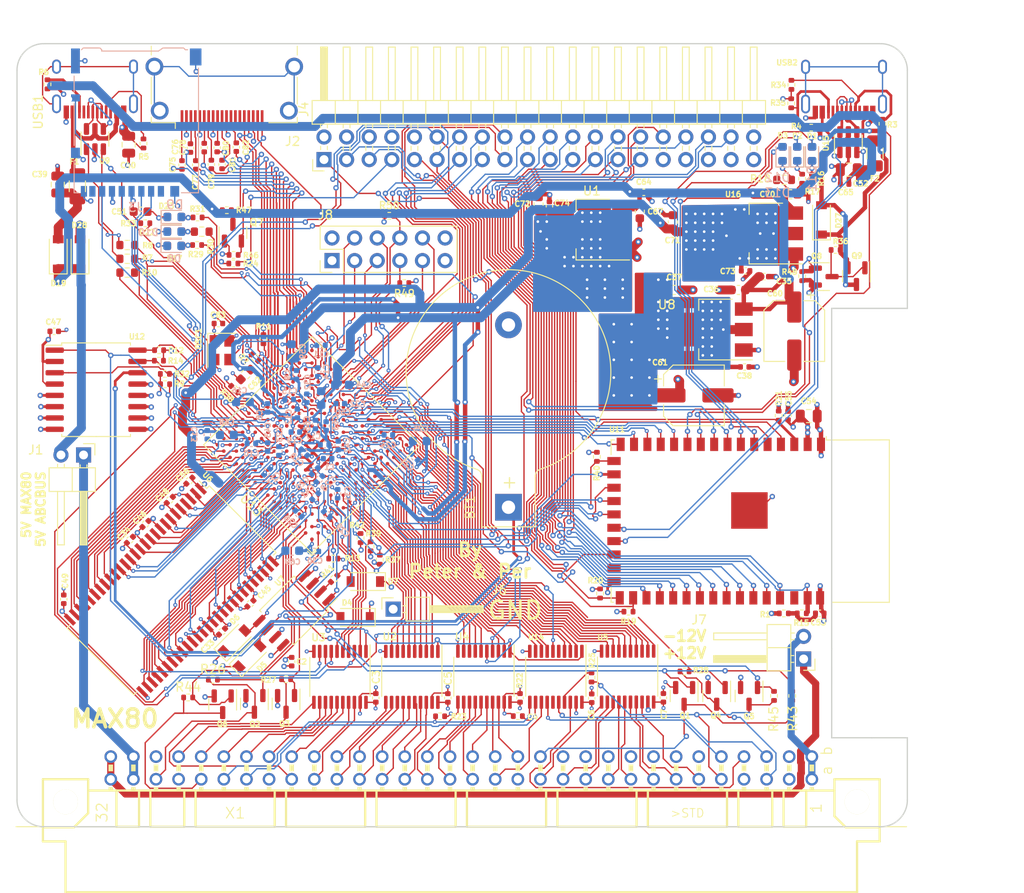
<source format=kicad_pcb>
(kicad_pcb (version 20211014) (generator pcbnew)

  (general
    (thickness 1.6)
  )

  (paper "A4")
  (title_block
    (title "MAX80")
    (date "2022-03-21")
    (rev "1.01")
    (company "No name")
  )

  (layers
    (0 "F.Cu" signal)
    (1 "In1.Cu" power)
    (2 "In2.Cu" signal)
    (31 "B.Cu" signal)
    (32 "B.Adhes" user "B.Adhesive")
    (33 "F.Adhes" user "F.Adhesive")
    (34 "B.Paste" user)
    (35 "F.Paste" user)
    (36 "B.SilkS" user "B.Silkscreen")
    (37 "F.SilkS" user "F.Silkscreen")
    (38 "B.Mask" user)
    (39 "F.Mask" user)
    (40 "Dwgs.User" user "User.Drawings")
    (41 "Cmts.User" user "User.Comments")
    (42 "Eco1.User" user "User.Eco1")
    (43 "Eco2.User" user "User.Eco2")
    (44 "Edge.Cuts" user)
    (45 "Margin" user)
    (46 "B.CrtYd" user "B.Courtyard")
    (47 "F.CrtYd" user "F.Courtyard")
    (48 "B.Fab" user)
    (49 "F.Fab" user)
  )

  (setup
    (pad_to_mask_clearance 0)
    (grid_origin 132.45 85.75)
    (pcbplotparams
      (layerselection 0x00010fc_ffffffff)
      (disableapertmacros false)
      (usegerberextensions false)
      (usegerberattributes true)
      (usegerberadvancedattributes true)
      (creategerberjobfile true)
      (svguseinch false)
      (svgprecision 6)
      (excludeedgelayer true)
      (plotframeref false)
      (viasonmask false)
      (mode 1)
      (useauxorigin false)
      (hpglpennumber 1)
      (hpglpenspeed 20)
      (hpglpendiameter 15.000000)
      (dxfpolygonmode true)
      (dxfimperialunits true)
      (dxfusepcbnewfont true)
      (psnegative false)
      (psa4output false)
      (plotreference true)
      (plotvalue true)
      (plotinvisibletext false)
      (sketchpadsonfab false)
      (subtractmaskfromsilk false)
      (outputformat 1)
      (mirror false)
      (drillshape 0)
      (scaleselection 1)
      (outputdirectory "max80_gerber101")
    )
  )

  (net 0 "")
  (net 1 "GND")
  (net 2 "+5V")
  (net 3 "Net-(R5-Pad2)")
  (net 4 "Net-(R6-Pad2)")
  (net 5 "Net-(U9-Pad4)")
  (net 6 "Net-(U9-Pad6)")
  (net 7 "unconnected-(J2-Pad13)")
  (net 8 "Net-(BT1-Pad1)")
  (net 9 "/A4")
  (net 10 "/A3")
  (net 11 "/A2")
  (net 12 "/A1")
  (net 13 "/A0")
  (net 14 "/IO0")
  (net 15 "/IO3")
  (net 16 "/IO4")
  (net 17 "/IO5")
  (net 18 "/IO6")
  (net 19 "/IO7")
  (net 20 "/A11")
  (net 21 "/IO9")
  (net 22 "/A8")
  (net 23 "/A7")
  (net 24 "/A6")
  (net 25 "/A5")
  (net 26 "/A9")
  (net 27 "/A10")
  (net 28 "/A12")
  (net 29 "/IO8")
  (net 30 "/IO10")
  (net 31 "/IO11")
  (net 32 "/IO12")
  (net 33 "/IO13")
  (net 34 "/IO14")
  (net 35 "/IO15")
  (net 36 "/abc80bus/D7")
  (net 37 "/abc80bus/D6")
  (net 38 "/abc80bus/D5")
  (net 39 "/abc80bus/D4")
  (net 40 "/abc80bus/D3")
  (net 41 "/abc80bus/D2")
  (net 42 "/abc80bus/D1")
  (net 43 "/abc80bus/D0")
  (net 44 "/abc80bus/A8")
  (net 45 "/abc80bus/A9")
  (net 46 "/abc80bus/A10")
  (net 47 "/abc80bus/A11")
  (net 48 "/abc80bus/A12")
  (net 49 "/abc80bus/A13")
  (net 50 "/abc80bus/A14")
  (net 51 "/abc80bus/A15")
  (net 52 "/abc80bus/A7")
  (net 53 "/abc80bus/A6")
  (net 54 "/abc80bus/A5")
  (net 55 "/abc80bus/A4")
  (net 56 "/abc80bus/A3")
  (net 57 "/abc80bus/A2")
  (net 58 "/abc80bus/A1")
  (net 59 "/abc80bus/A0")
  (net 60 "/IO1")
  (net 61 "/IO2")
  (net 62 "/32KHZ")
  (net 63 "/RTC_INT")
  (net 64 "/abc80bus/ABC5V")
  (net 65 "/SD_DAT3")
  (net 66 "/SD_CMD")
  (net 67 "/SD_CLK")
  (net 68 "/SD_DAT0")
  (net 69 "FPGA_TDI")
  (net 70 "FPGA_TMS")
  (net 71 "FPGA_TDO")
  (net 72 "FPGA_TCK")
  (net 73 "ABC_CLK_5")
  (net 74 "/FPGA_SCL")
  (net 75 "/FPGA_SDA")
  (net 76 "FPGA_SPI_CLK")
  (net 77 "FGPA_SPI_CS_ESP32")
  (net 78 "INT_ESP32")
  (net 79 "Net-(C53-Pad1)")
  (net 80 "ESP32_TDO")
  (net 81 "ESP32_TCK")
  (net 82 "ESP32_TMS")
  (net 83 "ESP32_IO0")
  (net 84 "ESP32_RXD")
  (net 85 "ESP32_TXD")
  (net 86 "ESP32_EN")
  (net 87 "Net-(R3-Pad2)")
  (net 88 "/ESP32/USB_D-")
  (net 89 "/ESP32/USB_D+")
  (net 90 "ESP32_TDI")
  (net 91 "Net-(U15-Pad6)")
  (net 92 "Net-(U15-Pad4)")
  (net 93 "unconnected-(J2-Pad14)")
  (net 94 "Net-(D1-Pad2)")
  (net 95 "Net-(D1-Pad1)")
  (net 96 "ESP32_SCL")
  (net 97 "ESP32_SDA")
  (net 98 "ESP32_CS2")
  (net 99 "ESP32_CS0")
  (net 100 "ESP32_MISO")
  (net 101 "ESP32_SCK")
  (net 102 "ESP32_MOSI")
  (net 103 "ESP32_CS1")
  (net 104 "/abc80bus/~{CS}")
  (net 105 "/abc80bus/~{C4}")
  (net 106 "/abc80bus/~{C3}")
  (net 107 "/abc80bus/~{C2}")
  (net 108 "/abc80bus/~{C1}")
  (net 109 "/abc80bus/~{OUT}")
  (net 110 "/abc80bus/~{RST}")
  (net 111 "/abc80bus/~{XMEMFL}")
  (net 112 "/abc80bus/~{INP}")
  (net 113 "/abc80bus/~{STATUS}")
  (net 114 "/abc80bus/~{XINPSTB}")
  (net 115 "/abc80bus/~{XOUTSTB}")
  (net 116 "AD0")
  (net 117 "AD1")
  (net 118 "AD2")
  (net 119 "AD3")
  (net 120 "AD4")
  (net 121 "AD5")
  (net 122 "AD6")
  (net 123 "AD7")
  (net 124 "/abc80bus/~{RESIN}")
  (net 125 "/FPGA_LED1")
  (net 126 "/FPGA_LED2")
  (net 127 "/FPGA_LED3")
  (net 128 "Net-(D17-Pad2)")
  (net 129 "Net-(D23-Pad2)")
  (net 130 "FPGA_GPIO3")
  (net 131 "FPGA_GPIO2")
  (net 132 "FPGA_GPIO1")
  (net 133 "FPGA_GPIO0")
  (net 134 "FPGA_GPIO5")
  (net 135 "FPGA_GPIO4")
  (net 136 "/abc80bus/READY")
  (net 137 "/abc80bus/~{NMI}")
  (net 138 "~{FPGA_READY}")
  (net 139 "FPGA_NMI")
  (net 140 "FPGA_RESIN")
  (net 141 "/DQMH")
  (net 142 "/CLK")
  (net 143 "/BA1")
  (net 144 "/BA0")
  (net 145 "/DQML")
  (net 146 "Net-(D28-Pad2)")
  (net 147 "Net-(F1-Pad2)")
  (net 148 "/WE#")
  (net 149 "/CAS#")
  (net 150 "/RAS#")
  (net 151 "/CS#")
  (net 152 "+3V3")
  (net 153 "+2V5")
  (net 154 "+1V2")
  (net 155 "Net-(R13-Pad1)")
  (net 156 "Net-(R37-Pad2)")
  (net 157 "Net-(R38-Pad2)")
  (net 158 "Net-(R41-Pad2)")
  (net 159 "DATA0")
  (net 160 "~{CS_ABC_3V3}")
  (net 161 "~{OUT_ABC_3V3}")
  (net 162 "AD8")
  (net 163 "~{C1_ABC_3V3}")
  (net 164 "AD9")
  (net 165 "~{C2_ABC_3V3}")
  (net 166 "AD10")
  (net 167 "~{C3_ABC_3V3}")
  (net 168 "~{C4_ABC_3V3}")
  (net 169 "AD11")
  (net 170 "AD12")
  (net 171 "AD13")
  (net 172 "AD14")
  (net 173 "AD15")
  (net 174 "DLCK")
  (net 175 "ASD0")
  (net 176 "nCE0")
  (net 177 "~{INP_ABC_3V3}")
  (net 178 "~{STATUS_ABC_3V3}")
  (net 179 "DD0")
  (net 180 "DD1")
  (net 181 "DD2")
  (net 182 "DD3")
  (net 183 "DD4")
  (net 184 "DD5")
  (net 185 "DD6")
  (net 186 "DD7")
  (net 187 "DD8")
  (net 188 "~{XOUTSTB_ABC_3V3}")
  (net 189 "~{RST_ABC_3V3}")
  (net 190 "~{XMEMFL_ABC_3V3}")
  (net 191 "~{XINPSTB_ABC_3V3}")
  (net 192 "ABC_CLK_3V3")
  (net 193 "FPGA_SPI_MOSI")
  (net 194 "FPGA_SPI_MISO")
  (net 195 "CLK0n")
  (net 196 "HDMI_CK-")
  (net 197 "HDMI_D0+")
  (net 198 "HDMI_D1-")
  (net 199 "HDMI_D2+")
  (net 200 "HDMI_CK+")
  (net 201 "HDMI_D0-")
  (net 202 "HDMI_D1+")
  (net 203 "HDMI_D2-")
  (net 204 "HDMI_SDA")
  (net 205 "HDMI_HPD")
  (net 206 "HDMI_SCL")
  (net 207 "FPGA_JTAGEN")
  (net 208 "FLASH_CS#")
  (net 209 "/abc80bus/~{INT}")
  (net 210 "/abc80bus/~{XMEMW800}")
  (net 211 "/abc80bus/~{XMEMW80}")
  (net 212 "INT_ABC_3V3")
  (net 213 "INT800_ABC_3V3")
  (net 214 "~{XMEMW80_ABC_3V3}")
  (net 215 "~{XMEMW800_ABC_3V3}")
  (net 216 "/abc80bus/~{XM}")
  (net 217 "XM_ABC_3V3")
  (net 218 "Net-(R25-Pad2)")
  (net 219 "AD16")
  (net 220 "/abc80bus/ABC_-12V")
  (net 221 "/abc80bus/ABC_12V")
  (net 222 "Net-(C75-Pad1)")
  (net 223 "Net-(C76-Pad1)")
  (net 224 "Net-(C77-Pad1)")
  (net 225 "Net-(C78-Pad1)")
  (net 226 "Net-(C79-Pad1)")
  (net 227 "Net-(C80-Pad1)")
  (net 228 "Net-(C81-Pad1)")
  (net 229 "Net-(C82-Pad1)")
  (net 230 "EXT_HG")
  (net 231 "EXT_HB")
  (net 232 "EXT_HE")
  (net 233 "EXT_HC")
  (net 234 "EXT_HA")
  (net 235 "EXT_HF")
  (net 236 "EXT_HH")
  (net 237 "EXT_HD")
  (net 238 "unconnected-(J2-PadSH)")
  (net 239 "unconnected-(J3-Pad1)")
  (net 240 "unconnected-(J3-Pad8)")
  (net 241 "unconnected-(J4-Pad6)")
  (net 242 "unconnected-(J4-Pad8)")
  (net 243 "unconnected-(J4-Pad40)")
  (net 244 "unconnected-(U6-Pad40)")
  (net 245 "unconnected-(U11-Pad40)")
  (net 246 "unconnected-(U13-PadC3)")
  (net 247 "unconnected-(U13-PadF13)")
  (net 248 "unconnected-(U13-PadJ12)")
  (net 249 "unconnected-(U13-PadJ13)")
  (net 250 "unconnected-(U13-PadJ14)")
  (net 251 "unconnected-(U13-PadK6)")
  (net 252 "unconnected-(U13-PadK9)")
  (net 253 "unconnected-(U13-PadK12)")
  (net 254 "unconnected-(U13-PadL6)")
  (net 255 "unconnected-(U13-PadL9)")
  (net 256 "unconnected-(U13-PadL11)")
  (net 257 "unconnected-(U13-PadL14)")
  (net 258 "unconnected-(U13-PadN14)")
  (net 259 "unconnected-(U13-PadP11)")
  (net 260 "unconnected-(U13-PadP15)")
  (net 261 "unconnected-(U14-Pad5)")
  (net 262 "unconnected-(U14-Pad15)")
  (net 263 "unconnected-(USB1-Pad3)")
  (net 264 "unconnected-(USB1-Pad9)")
  (net 265 "unconnected-(USB1-Pad13)")
  (net 266 "unconnected-(USB2-Pad3)")
  (net 267 "unconnected-(USB2-Pad9)")
  (net 268 "unconnected-(USB2-Pad13)")
  (net 269 "unconnected-(X1-PadA14)")
  (net 270 "unconnected-(X1-PadA25)")
  (net 271 "unconnected-(X1-PadA29)")
  (net 272 "unconnected-(X1-PadB6)")
  (net 273 "unconnected-(X1-PadB7)")
  (net 274 "unconnected-(X1-PadB8)")
  (net 275 "Net-(J2-Pad19)")
  (net 276 "unconnected-(X1-PadB9)")
  (net 277 "unconnected-(X1-PadB10)")
  (net 278 "/~{SD_DETECT}")
  (net 279 "unconnected-(X1-PadB11)")
  (net 280 "unconnected-(X1-PadB12)")
  (net 281 "unconnected-(X1-PadB30)")
  (net 282 "Net-(R7-Pad2)")
  (net 283 "/FPGA_USB_DS_DP")
  (net 284 "Net-(R8-Pad2)")
  (net 285 "/FPGA_USB_DS_DN")
  (net 286 "/FPGA_USB_PU")
  (net 287 "Net-(D27-Pad2)")
  (net 288 "Net-(Q8-Pad3)")
  (net 289 "USB_PWR_EN")
  (net 290 "~{USB_PWR_SINK}")
  (net 291 "Net-(R35-Pad2)")
  (net 292 "+5VA")
  (net 293 "Net-(D13-Pad2)")
  (net 294 "Net-(D13-Pad1)")
  (net 295 "Net-(D12-Pad2)")
  (net 296 "Net-(D12-Pad1)")
  (net 297 "Net-(D10-Pad2)")
  (net 298 "Net-(C39-Pad1)")
  (net 299 "unconnected-(U11-Pad25)")

  (footprint "Capacitor_SMD:C_0402_1005Metric" (layer "F.Cu") (at 110.22 102.91 90))

  (footprint "Capacitor_SMD:C_0402_1005Metric" (layer "F.Cu") (at 109.15 72.8))

  (footprint "Resistor_SMD:R_0402_1005Metric" (layer "F.Cu") (at 161.22 116.04 180))

  (footprint "Resistor_SMD:R_0402_1005Metric" (layer "F.Cu") (at 152.49 116.06))

  (footprint "max80:ESP32-S2-WROVER" (layer "F.Cu") (at 183.4961 94.1236 -90))

  (footprint "Capacitor_SMD:CP_Elec_6.3x7.7" (layer "F.Cu") (at 192.27 72.77 -90))

  (footprint "Capacitor_SMD:CP_Elec_6.3x7.7" (layer "F.Cu") (at 181 80))

  (footprint "LED_SMD:LED_0603_1608Metric" (layer "F.Cu") (at 122.64 63.1948))

  (footprint "LED_SMD:LED_0603_1608Metric" (layer "F.Cu") (at 122.64 61.58))

  (footprint "LED_SMD:LED_0603_1608Metric" (layer "F.Cu") (at 122.64 59.9436))

  (footprint "Resistor_SMD:R_0402_1005Metric" (layer "F.Cu") (at 125.2 63.1))

  (footprint "Resistor_SMD:R_0603_1608Metric" (layer "F.Cu") (at 125.719 61.6))

  (footprint "Resistor_SMD:R_0402_1005Metric" (layer "F.Cu") (at 125.25 60))

  (footprint "Package_TO_SOT_SMD:SOT-23" (layer "F.Cu") (at 183.5548 113.77 -90))

  (footprint "Resistor_SMD:R_0402_1005Metric" (layer "F.Cu") (at 120.93 74.92))

  (footprint "Resistor_SMD:R_0402_1005Metric" (layer "F.Cu") (at 120.91 76.1 180))

  (footprint "Capacitor_SMD:C_0603_1608Metric" (layer "F.Cu") (at 118.85 59.35))

  (footprint "Package_TO_SOT_SMD:SOT-23" (layer "F.Cu") (at 131.633 114.667 -90))

  (footprint "Package_TO_SOT_SMD:SOT-23" (layer "F.Cu") (at 135.189 114.667 -90))

  (footprint "max80:Fuse_1206_3216Metric" (layer "F.Cu") (at 111.75 56.5 90))

  (footprint "max80:Fuse_1206_3216Metric" (layer "F.Cu") (at 201.335 52.805 90))

  (footprint "Oscillator:Oscillator_SMD_Abracon_ASE-4Pin_3.2x2.5mm" (layer "F.Cu") (at 127.98 74.92 -90))

  (footprint "max80:HRO-TYPE-C-31-M-12" (layer "F.Cu") (at 197.8611 40.4736 180))

  (footprint "Capacitor_SMD:C_0805_2012Metric" (layer "F.Cu") (at 193.8961 82.3236))

  (footprint "Resistor_SMD:R_0402_1005Metric" (layer "F.Cu") (at 194.1711 49.9186 180))

  (footprint "Resistor_SMD:R_0402_1005Metric" (layer "F.Cu") (at 193.1111 104.4936))

  (footprint "Capacitor_SMD:C_0805_2012Metric" (layer "F.Cu") (at 198.395 54.635 180))

  (footprint "Capacitor_SMD:C_0402_1005Metric" (layer "F.Cu") (at 191.5711 82.2636 90))

  (footprint "Resistor_SMD:R_0402_1005Metric" (layer "F.Cu") (at 202.1811 49.4736 90))

  (footprint "Resistor_SMD:R_0402_1005Metric" (layer "F.Cu") (at 119.175 51.69 90))

  (footprint "Resistor_SMD:R_0402_1005Metric" (layer "F.Cu") (at 108.3911 45.0436 90))

  (footprint "Package_TO_SOT_SMD:SOT-23-6" (layer "F.Cu") (at 198.345 51.54 90))

  (footprint "Capacitor_SMD:C_0805_2012Metric" (layer "F.Cu") (at 109.55 56.3 90))

  (footprint "Capacitor_SMD:C_0805_2012Metric" (layer "F.Cu") (at 117.5111 51.8236 90))

  (footprint "Package_TO_SOT_SMD:SOT-23-6" (layer "F.Cu") (at 113.7211 51.1936 90))

  (footprint "Capacitor_SMD:C_0402_1005Metric" (layer "F.Cu") (at 195.1311 104.4836))

  (footprint "LED_SMD:LED_0603_1608Metric" (layer "F.Cu") (at 190.95 52.85 90))

  (footprint "Resistor_SMD:R_0402_1005Metric" (layer "F.Cu") (at 193.156 55.65 -90))

  (footprint "Resistor_SMD:R_0603_1608Metric" (layer "F.Cu") (at 191.124 55.778 180))

  (footprint "Resistor_SMD:R_0402_1005Metric" (layer "F.Cu") (at 173.65 104.3))

  (footprint "Resistor_SMD:R_0402_1005Metric" (layer "F.Cu") (at 170.46 102.26 -90))

  (footprint "Resistor_SMD:R_0402_1005Metric" (layer "F.Cu") (at 194.25 55.65 -90))

  (footprint "Resistor_SMD:R_0402_1005Metric" (layer "F.Cu") (at 190.5211 82.2736 -90))

  (footprint "Diode_SMD:D_SOD-123" (layer "F.Cu") (at 109.6 64.1 90))

  (footprint "Diode_SMD:D_SOD-123" (layer "F.Cu") (at 195.325 60.275 90))

  (footprint "Connector_PinHeader_2.54mm:PinHeader_1x02_P2.54mm_Horizontal" (layer "F.Cu") (at 112.445 86.695 -90))

  (footprint "Resistor_SMD:R_0402_1005Metric" (layer "F.Cu") (at 191.095 104.5))

  (footprint "max80:SOIC-8_5.23x5.23mm_P1.27mm" (layer "F.Cu") (at 136.07 104.16 -135))

  (footprint "Capacitor_SMD:C_0402_1005Metric" (layer "F.Cu") (at 124.33 89.58 -135))

  (footprint "Capacitor_SMD:C_0402_1005Metric" (layer "F.Cu") (at 127.99 106.54 -135))

  (footprint "Capacitor_SMD:C_0402_1005Metric" (layer "F.Cu")
    (tedit 5F68FEEE) (tstamp 00000000-0000-0000-0000-0000603ab1a8)
    (at 131.18 103.39 -135)
    (descr "Capacitor SMD 0402 (1005 Metric), square (rectangular) end terminal, IPC_7351 nominal, (Body size source: IPC-SM-782 page 76, https://www.pcb-3d.com/wordpress/wp-content/uploads/ipc-sm-782a_amendment_1_and_2.pdf), generated with kicad-footprint-generator")
    (tags "capacitor")
    (property "LCSC" "C1525")
    (property "Sheetfile" "max80.kicad_sch")
    (property "Sheetname" "")
    (path "/00000000-0000-0000-0000-00006094ce83")
    (attr smd)
    (fp_text reference "C45" (at -1.994041 -0.203647 45) (layer "F.SilkS")
      (effects (font (size 0.6 0.6) (thickness 0.15)))
      (tstamp ab19d0e7-f8ae-4867-806f-badcce2f2476)
    )
    (fp_text value "100nF" (at 0 1.16 45) (layer "F.Fab")
      (effects (font (size 1 1) (thickness 0.15)))
      (tstamp eb5b2512-b6fe-4aa4-b5b6-290735f47882)
    )
    (fp_text user "${REFERENCE}" (at 0 0 45) (layer "F.Fab")
      (effects (font (size 0.25 0.25) (thickness 0.04)))
      (tstamp eaedbd7e-dd1e-4bea-95cc-f7aef8103508)
    )
    (fp_line (start -0.107836 0.36) (end 0.107836 0.36) (layer "F.SilkS") (width 0.12) (tstamp be23d620-dc33-480b-b091-b496a0bf7901))
    (fp_line (start -0.107836 -0.36) (end 0.107836 -0.36) (layer "F.SilkS") (width 0.12) (tstamp ca6b8b78-faed-4c02-86e8-f6ac4350125f))
    (fp_line (start 0.91 -0.46) (end 0.91 0.46) (layer "F.CrtYd") (width 0.05) (tstamp 0f5bf1c8-5260-431b-a1dd-f6a1b7470ac6))
    (fp_line (start 0.91 0.46) (end -0.91 0.46) (layer "F.CrtYd") (width 0.05) (tstamp 1400d6d5-ec6c-4b38-8aa5-2a13f278f8d6))
    (fp_line (start -0.91 -0.46) (end 0.91 -0.46) (layer "F.CrtYd") (width 0.05) (tstamp abcd2587-419a-466f-abc4-c3294d47166f))
    (fp_line (start -0.91 0.46) (end -0.91 -0.46) (layer "F.CrtYd") (width 0.05) (tstamp af39684f-a038-461d-adb7-a0de8967302d))
    (fp_line (start -0.5 -0.25) (end 0.5 -0.25) (layer "F.Fab") (width 0.1) (tstamp 668cfd54-063f-4593-8bd0-9386f80e519f))
    (fp_line (start -0.5 0.25) (end -0.5 -0.25) (layer "F.Fab") (width 0.1) (tstamp a9ac352f-49be-4f5d-97a7-78f5dd3ecf85))
    (fp_line (start 0.5 0.25) (end -0.5 0.25) (layer "F.Fab") (width 0.1) (tstamp d041c1a7-1c49-47f4-9776-3ac589094ee3))
    (fp_line (start 0.5 -0
... [4380370 chars truncated]
</source>
